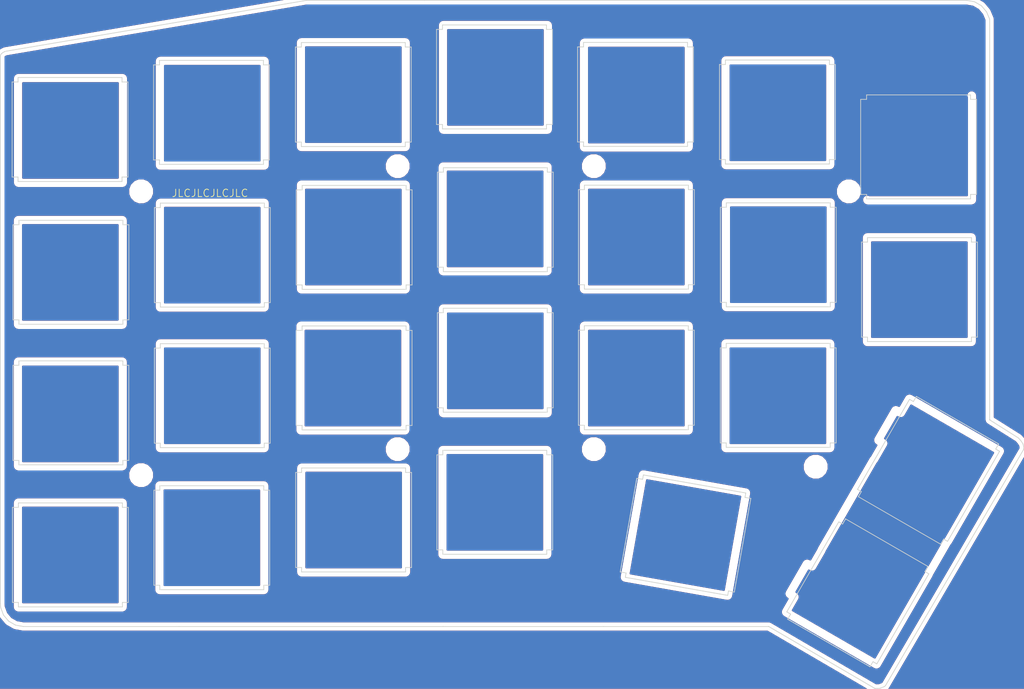
<source format=kicad_pcb>
(kicad_pcb (version 4) (host pcbnew 4.0.7)
  (layers (0 F.Cu signal hide) (31 B.Cu signal hide) (34 B.Paste user hide) (35 F.Paste user hide) (36 B.SilkS user hide) (37 F.SilkS user hide) (38 B.Mask user hide) (39 F.Mask user hide) (44 Edge.Cuts user))
  (net 0 "")
  (module Mounting_Holes:MountingHole_2.2mm_M2_DIN965 (layer F.Cu) (at 93.96 72.15)
    (fp_text reference SCREW1 hide)
    (fp_text value MountingHole_2.2mm_M2_DIN965 hide)
    (pad 1 np_thru_hole circle (at 0 0) (size 2.2 2.2) (drill 2.2) (layers *.Cu *.Mask))
  )
  (module Mounting_Holes:MountingHole_2.2mm_M2_DIN965 (layer F.Cu) (at 93.96 110.35)
    (fp_text reference SCREW2 hide)
    (fp_text value MountingHole_2.2mm_M2_DIN965 hide)
    (pad 1 np_thru_hole circle (at 0 0) (size 2.2 2.2) (drill 2.2) (layers *.Cu *.Mask))
  )
  (module Mounting_Holes:MountingHole_2.2mm_M2_DIN965 (layer F.Cu) (at 128.5 68.75)
    (fp_text reference SCREW3 hide)
    (fp_text value MountingHole_2.2mm_M2_DIN965 hide)
    (pad 1 np_thru_hole circle (at 0 0) (size 2.2 2.2) (drill 2.2) (layers *.Cu *.Mask))
  )
  (module Mounting_Holes:MountingHole_2.2mm_M2_DIN965 (layer F.Cu) (at 128.5 106.85)
    (fp_text reference SCREW4 hide)
    (fp_text value MountingHole_2.2mm_M2_DIN965 hide)
    (pad 1 np_thru_hole circle (at 0 0) (size 2.2 2.2) (drill 2.2) (layers *.Cu *.Mask))
  )
  (module Mounting_Holes:MountingHole_2.2mm_M2_DIN965 (layer F.Cu) (at 154.91 68.75)
    (fp_text reference SCREW5 hide)
    (fp_text value MountingHole_2.2mm_M2_DIN965 hide)
    (pad 1 np_thru_hole circle (at 0 0) (size 2.2 2.2) (drill 2.2) (layers *.Cu *.Mask))
  )
  (module Mounting_Holes:MountingHole_2.2mm_M2_DIN965 (layer F.Cu) (at 154.91 106.85)
    (fp_text reference SCREW6 hide)
    (fp_text value MountingHole_2.2mm_M2_DIN965 hide)
    (pad 1 np_thru_hole circle (at 0 0) (size 2.2 2.2) (drill 2.2) (layers *.Cu *.Mask))
  )
  (module Mounting_Holes:MountingHole_2.2mm_M2_DIN965 (layer F.Cu) (at 189.25 72.15)
    (fp_text reference SCREW7 hide)
    (fp_text value MountingHole_2.2mm_M2_DIN965 hide)
    (pad 1 np_thru_hole circle (at 0 0) (size 2.2 2.2) (drill 2.2) (layers *.Cu *.Mask))
  )
  (module Mounting_Holes:MountingHole_2.2mm_M2_DIN965 (layer F.Cu) (at 184.78 109.22)
    (fp_text reference SCREW8 hide)
    (fp_text value MountingHole_2.2mm_M2_DIN965 hide)
    (pad 1 np_thru_hole circle (at 0 0) (size 2.2 2.2) (drill 2.2) (layers *.Cu *.Mask))
  )
  (gr_line (start 187.8878 116.64062) (end 180.8878 128.76462) (layer Edge.Cuts) (width 0.1))
  (gr_line (start 188.4078 116.93972) (end 187.8878 116.64062) (layer Edge.Cuts) (width 0.1))
  (gr_line (start 190.5318 113.26032) (end 201.6168 119.66132) (layer Edge.Cuts) (width 0.1))
  (gr_line (start 198.3318 99.75002) (end 197.9328 100.44182) (layer Edge.Cuts) (width 0.1))
  (gr_line (start 190.9318 112.56712) (end 190.5318 113.26032) (layer Edge.Cuts) (width 0.1))
  (gr_line (start 209.4168 106.14962) (end 198.3318 99.75002) (layer Edge.Cuts) (width 0.1))
  (gr_line (start 202.5368 119.26722) (end 209.5368 107.14182) (layer Edge.Cuts) (width 0.1))
  (gr_line (start 209.5368 107.14182) (end 209.0178 106.84142) (layer Edge.Cuts) (width 0.1))
  (gr_line (start 190.4128 112.26812) (end 190.9318 112.56712) (layer Edge.Cuts) (width 0.1))
  (gr_line (start 201.6168 119.66132) (end 202.0178 118.96672) (layer Edge.Cuts) (width 0.1))
  (gr_line (start 202.0178 118.96672) (end 202.5368 119.26722) (layer Edge.Cuts) (width 0.1))
  (gr_line (start 209.0178 106.84142) (end 209.4168 106.14962) (layer Edge.Cuts) (width 0.1))
  (gr_line (start 199.8918 122.64892) (end 188.8068 116.24652) (layer Edge.Cuts) (width 0.1))
  (gr_line (start 200.0118 123.63972) (end 199.4928 123.34072) (layer Edge.Cuts) (width 0.1))
  (gr_line (start 181.0068 129.75682) (end 192.0918 136.15642) (layer Edge.Cuts) (width 0.1))
  (gr_line (start 180.8878 128.76462) (end 181.4068 129.06502) (layer Edge.Cuts) (width 0.1))
  (gr_line (start 197.4128 100.14262) (end 190.4128 112.26812) (layer Edge.Cuts) (width 0.1))
  (gr_line (start 197.9328 100.44182) (end 197.4128 100.14262) (layer Edge.Cuts) (width 0.1))
  (gr_line (start 188.8068 116.24652) (end 188.4078 116.93972) (layer Edge.Cuts) (width 0.1))
  (gr_line (start 199.4928 123.34072) (end 199.8918 122.64892) (layer Edge.Cuts) (width 0.1))
  (gr_line (start 193.0118 135.76505) (end 200.0118 123.63972) (layer Edge.Cuts) (width 0.1))
  (gr_line (start 192.4928 135.46603) (end 193.0118 135.76505) (layer Edge.Cuts) (width 0.1))
  (gr_line (start 192.0918 136.15642) (end 192.4928 135.46603) (layer Edge.Cuts) (width 0.1))
  (gr_line (start 181.4068 129.06502) (end 181.0068 129.75682) (layer Edge.Cuts) (width 0.1))
  (gr_line (start 161.57938 110.32478) (end 161.47458 110.91598) (layer Edge.Cuts) (width 0.1))
  (gr_line (start 160.68618 110.77678) (end 158.46368 123.38174) (layer Edge.Cuts) (width 0.1))
  (gr_line (start 173.03898 125.95176) (end 173.82718 126.09094) (layer Edge.Cuts) (width 0.1))
  (gr_line (start 159.25178 123.52091) (end 159.14838 124.11209) (layer Edge.Cuts) (width 0.1))
  (gr_line (start 161.47458 110.91598) (end 160.68618 110.77678) (layer Edge.Cuts) (width 0.1))
  (gr_line (start 175.26188 113.34688) (end 175.36668 112.75568) (layer Edge.Cuts) (width 0.1))
  (gr_line (start 173.82718 126.09094) (end 176.04998 113.48468) (layer Edge.Cuts) (width 0.1))
  (gr_line (start 176.04998 113.48468) (end 175.26188 113.34688) (layer Edge.Cuts) (width 0.1))
  (gr_line (start 158.46368 123.38174) (end 159.25178 123.52091) (layer Edge.Cuts) (width 0.1))
  (gr_line (start 172.93428 126.54294) (end 173.03898 125.95176) (layer Edge.Cuts) (width 0.1))
  (gr_line (start 159.14838 124.11209) (end 172.93428 126.54294) (layer Edge.Cuts) (width 0.1))
  (gr_line (start 175.36668 112.75568) (end 161.57938 110.32478) (layer Edge.Cuts) (width 0.1))
  (gr_line (start 167.51944 65.49273) (end 168.32024 65.49273) (layer Edge.Cuts) (width 0.1))
  (gr_line (start 167.51944 52.69216) (end 167.51944 52.09266) (layer Edge.Cuts) (width 0.1))
  (gr_line (start 168.32024 65.49273) (end 168.32024 52.69216) (layer Edge.Cuts) (width 0.1))
  (gr_line (start 168.32024 52.69216) (end 167.51944 52.69216) (layer Edge.Cuts) (width 0.1))
  (gr_line (start 152.72074 52.69216) (end 152.72074 65.49273) (layer Edge.Cuts) (width 0.1))
  (gr_line (start 153.52014 52.69216) (end 152.72074 52.69216) (layer Edge.Cuts) (width 0.1))
  (gr_line (start 167.51944 52.09266) (end 153.52014 52.09266) (layer Edge.Cuts) (width 0.1))
  (gr_line (start 153.52014 52.09266) (end 153.52014 52.69216) (layer Edge.Cuts) (width 0.1))
  (gr_line (start 167.51944 66.0908) (end 167.51944 65.49273) (layer Edge.Cuts) (width 0.1))
  (gr_line (start 167.63628 71.91488) (end 167.63628 71.31538) (layer Edge.Cuts) (width 0.1))
  (gr_line (start 153.63698 71.31538) (end 153.63698 71.91488) (layer Edge.Cuts) (width 0.1))
  (gr_line (start 153.63698 71.91488) (end 152.83758 71.91488) (layer Edge.Cuts) (width 0.1))
  (gr_line (start 167.63628 71.31538) (end 153.63698 71.31538) (layer Edge.Cuts) (width 0.1))
  (gr_line (start 153.52014 66.0908) (end 167.51944 66.0908) (layer Edge.Cuts) (width 0.1))
  (gr_line (start 152.72074 65.49273) (end 153.52014 65.49273) (layer Edge.Cuts) (width 0.1))
  (gr_line (start 153.52014 65.49273) (end 153.52014 66.0908) (layer Edge.Cuts) (width 0.1))
  (gr_line (start 152.83758 71.91488) (end 152.83758 84.71545) (layer Edge.Cuts) (width 0.1))
  (gr_line (start 168.43708 84.71545) (end 168.43708 71.91488) (layer Edge.Cuts) (width 0.1))
  (gr_line (start 167.63628 84.71545) (end 168.43708 84.71545) (layer Edge.Cuts) (width 0.1))
  (gr_line (start 168.43708 71.91488) (end 167.63628 71.91488) (layer Edge.Cuts) (width 0.1))
  (gr_line (start 153.63698 85.31352) (end 167.63628 85.31352) (layer Edge.Cuts) (width 0.1))
  (gr_line (start 167.63628 85.31352) (end 167.63628 84.71545) (layer Edge.Cuts) (width 0.1))
  (gr_line (start 152.83758 84.71545) (end 153.63698 84.71545) (layer Edge.Cuts) (width 0.1))
  (gr_line (start 153.63698 84.71545) (end 153.63698 85.31352) (layer Edge.Cuts) (width 0.1))
  (gr_line (start 153.62936 90.23838) (end 153.62936 90.83788) (layer Edge.Cuts) (width 0.1))
  (gr_line (start 153.62936 90.83788) (end 152.82996 90.83788) (layer Edge.Cuts) (width 0.1))
  (gr_line (start 153.62936 104.23652) (end 167.62866 104.23652) (layer Edge.Cuts) (width 0.1))
  (gr_line (start 167.62866 104.23652) (end 167.62866 103.63845) (layer Edge.Cuts) (width 0.1))
  (gr_line (start 168.42946 103.63845) (end 168.42946 90.83788) (layer Edge.Cuts) (width 0.1))
  (gr_line (start 167.62866 103.63845) (end 168.42946 103.63845) (layer Edge.Cuts) (width 0.1))
  (gr_line (start 167.62866 90.83788) (end 167.62866 90.23838) (layer Edge.Cuts) (width 0.1))
  (gr_line (start 167.62866 90.23838) (end 153.62936 90.23838) (layer Edge.Cuts) (width 0.1))
  (gr_line (start 168.42946 90.83788) (end 167.62866 90.83788) (layer Edge.Cuts) (width 0.1))
  (gr_line (start 152.82996 90.83788) (end 152.82996 103.63845) (layer Edge.Cuts) (width 0.1))
  (gr_line (start 153.62936 103.63845) (end 153.62936 104.23652) (layer Edge.Cuts) (width 0.1))
  (gr_line (start 152.82996 103.63845) (end 153.62936 103.63845) (layer Edge.Cuts) (width 0.1))
  (gr_line (start 205.63468 72.55393) (end 206.43548 72.55393) (layer Edge.Cuts) (width 0.1))
  (gr_line (start 206.43548 59.75336) (end 205.63468 59.75336) (layer Edge.Cuts) (width 0.1))
  (gr_line (start 205.63468 59.75336) (end 205.63468 59.15386) (layer Edge.Cuts) (width 0.1))
  (gr_line (start 206.43548 72.55393) (end 206.43548 59.75336) (layer Edge.Cuts) (width 0.1))
  (gr_line (start 191.75222 78.37658) (end 191.75222 78.97608) (layer Edge.Cuts) (width 0.1))
  (gr_line (start 205.63468 73.152) (end 205.63468 72.55393) (layer Edge.Cuts) (width 0.1))
  (gr_line (start 191.63538 72.55393) (end 191.63538 73.152) (layer Edge.Cuts) (width 0.1))
  (gr_line (start 205.75152 78.97608) (end 205.75152 78.37658) (layer Edge.Cuts) (width 0.1))
  (gr_line (start 191.63538 73.152) (end 205.63468 73.152) (layer Edge.Cuts) (width 0.1))
  (gr_line (start 205.75152 78.37658) (end 191.75222 78.37658) (layer Edge.Cuts) (width 0.1))
  (gr_line (start 205.63468 59.15386) (end 191.63538 59.15386) (layer Edge.Cuts) (width 0.1))
  (gr_line (start 191.63538 59.75336) (end 190.83598 59.75336) (layer Edge.Cuts) (width 0.1))
  (gr_line (start 191.63538 59.15386) (end 191.63538 59.75336) (layer Edge.Cuts) (width 0.1))
  (gr_line (start 190.83598 59.75336) (end 190.83598 72.55393) (layer Edge.Cuts) (width 0.1))
  (gr_line (start 190.83598 72.55393) (end 191.63538 72.55393) (layer Edge.Cuts) (width 0.1))
  (gr_line (start 205.75152 92.37472) (end 205.75152 91.77665) (layer Edge.Cuts) (width 0.1))
  (gr_line (start 206.55232 78.97608) (end 205.75152 78.97608) (layer Edge.Cuts) (width 0.1))
  (gr_line (start 191.75222 78.97608) (end 190.95282 78.97608) (layer Edge.Cuts) (width 0.1))
  (gr_line (start 205.75152 91.77665) (end 206.55232 91.77665) (layer Edge.Cuts) (width 0.1))
  (gr_line (start 191.75222 92.37472) (end 205.75152 92.37472) (layer Edge.Cuts) (width 0.1))
  (gr_line (start 190.95282 78.97608) (end 190.95282 91.77665) (layer Edge.Cuts) (width 0.1))
  (gr_line (start 206.55232 91.77665) (end 206.55232 78.97608) (layer Edge.Cuts) (width 0.1))
  (gr_line (start 191.75222 91.77665) (end 191.75222 92.37472) (layer Edge.Cuts) (width 0.1))
  (gr_line (start 190.95282 91.77665) (end 191.75222 91.77665) (layer Edge.Cuts) (width 0.1))
  (gr_line (start 186.73454 93.21024) (end 186.73454 92.61074) (layer Edge.Cuts) (width 0.1))
  (gr_line (start 172.73524 106.60888) (end 186.73454 106.60888) (layer Edge.Cuts) (width 0.1))
  (gr_line (start 172.73524 106.01081) (end 172.73524 106.60888) (layer Edge.Cuts) (width 0.1))
  (gr_line (start 172.73524 92.61074) (end 172.73524 93.21024) (layer Edge.Cuts) (width 0.1))
  (gr_line (start 186.73454 92.61074) (end 172.73524 92.61074) (layer Edge.Cuts) (width 0.1))
  (gr_line (start 187.53534 106.01081) (end 187.53534 93.21024) (layer Edge.Cuts) (width 0.1))
  (gr_line (start 186.73454 106.01081) (end 187.53534 106.01081) (layer Edge.Cuts) (width 0.1))
  (gr_line (start 187.53534 93.21024) (end 186.73454 93.21024) (layer Edge.Cuts) (width 0.1))
  (gr_line (start 186.73454 106.60888) (end 186.73454 106.01081) (layer Edge.Cuts) (width 0.1))
  (gr_line (start 172.74286 87.68588) (end 186.74216 87.68588) (layer Edge.Cuts) (width 0.1))
  (gr_line (start 186.74216 87.68588) (end 186.74216 87.08781) (layer Edge.Cuts) (width 0.1))
  (gr_line (start 171.94346 87.08781) (end 172.74286 87.08781) (layer Edge.Cuts) (width 0.1))
  (gr_line (start 172.74286 87.08781) (end 172.74286 87.68588) (layer Edge.Cuts) (width 0.1))
  (gr_line (start 172.73524 93.21024) (end 171.93584 93.21024) (layer Edge.Cuts) (width 0.1))
  (gr_line (start 186.74216 87.08781) (end 187.54296 87.08781) (layer Edge.Cuts) (width 0.1))
  (gr_line (start 187.54296 87.08781) (end 187.54296 74.28724) (layer Edge.Cuts) (width 0.1))
  (gr_line (start 171.94346 74.28724) (end 171.94346 87.08781) (layer Edge.Cuts) (width 0.1))
  (gr_line (start 187.54296 74.28724) (end 186.74216 74.28724) (layer Edge.Cuts) (width 0.1))
  (gr_line (start 186.62532 68.46316) (end 186.62532 67.86509) (layer Edge.Cuts) (width 0.1))
  (gr_line (start 172.74286 74.28724) (end 171.94346 74.28724) (layer Edge.Cuts) (width 0.1))
  (gr_line (start 172.74286 73.68774) (end 172.74286 74.28724) (layer Edge.Cuts) (width 0.1))
  (gr_line (start 186.74216 73.68774) (end 172.74286 73.68774) (layer Edge.Cuts) (width 0.1))
  (gr_line (start 186.74216 74.28724) (end 186.74216 73.68774) (layer Edge.Cuts) (width 0.1))
  (gr_line (start 171.82662 67.86509) (end 172.62602 67.86509) (layer Edge.Cuts) (width 0.1))
  (gr_line (start 172.62602 67.86509) (end 172.62602 68.46316) (layer Edge.Cuts) (width 0.1))
  (gr_line (start 172.62602 68.46316) (end 186.62532 68.46316) (layer Edge.Cuts) (width 0.1))
  (gr_line (start 171.93584 106.01081) (end 172.73524 106.01081) (layer Edge.Cuts) (width 0.1))
  (gr_line (start 171.93584 93.21024) (end 171.93584 106.01081) (layer Edge.Cuts) (width 0.1))
  (gr_line (start 186.62532 55.06452) (end 186.62532 54.46502) (layer Edge.Cuts) (width 0.1))
  (gr_line (start 186.62532 54.46502) (end 172.62602 54.46502) (layer Edge.Cuts) (width 0.1))
  (gr_line (start 172.62602 54.46502) (end 172.62602 55.06452) (layer Edge.Cuts) (width 0.1))
  (gr_line (start 172.62602 55.06452) (end 171.82662 55.06452) (layer Edge.Cuts) (width 0.1))
  (gr_line (start 186.62532 67.86509) (end 187.42612 67.86509) (layer Edge.Cuts) (width 0.1))
  (gr_line (start 171.82662 55.06452) (end 171.82662 67.86509) (layer Edge.Cuts) (width 0.1))
  (gr_line (start 187.42612 55.06452) (end 186.62532 55.06452) (layer Edge.Cuts) (width 0.1))
  (gr_line (start 187.42612 67.86509) (end 187.42612 55.06452) (layer Edge.Cuts) (width 0.1))
  (gr_line (start 129.64042 84.73831) (end 130.44122 84.73831) (layer Edge.Cuts) (width 0.1))
  (gr_line (start 129.64042 85.33638) (end 129.64042 84.73831) (layer Edge.Cuts) (width 0.1))
  (gr_line (start 130.44122 84.73831) (end 130.44122 71.93774) (layer Edge.Cuts) (width 0.1))
  (gr_line (start 115.64112 85.33638) (end 129.64042 85.33638) (layer Edge.Cuts) (width 0.1))
  (gr_line (start 129.64042 71.33824) (end 115.64112 71.33824) (layer Edge.Cuts) (width 0.1))
  (gr_line (start 115.64112 84.73831) (end 115.64112 85.33638) (layer Edge.Cuts) (width 0.1))
  (gr_line (start 115.64112 71.33824) (end 115.64112 71.93774) (layer Edge.Cuts) (width 0.1))
  (gr_line (start 114.84172 71.93774) (end 114.84172 84.73831) (layer Edge.Cuts) (width 0.1))
  (gr_line (start 114.84172 84.73831) (end 115.64112 84.73831) (layer Edge.Cuts) (width 0.1))
  (gr_line (start 115.64112 71.93774) (end 114.84172 71.93774) (layer Edge.Cuts) (width 0.1))
  (gr_line (start 96.54286 87.72906) (end 110.54216 87.72906) (layer Edge.Cuts) (width 0.1))
  (gr_line (start 110.54216 73.73092) (end 96.54286 73.73092) (layer Edge.Cuts) (width 0.1))
  (gr_line (start 110.54216 87.72906) (end 110.54216 87.13099) (layer Edge.Cuts) (width 0.1))
  (gr_line (start 96.54286 73.73092) (end 96.54286 74.33042) (layer Edge.Cuts) (width 0.1))
  (gr_line (start 95.74346 74.33042) (end 95.74346 87.13099) (layer Edge.Cuts) (width 0.1))
  (gr_line (start 96.54286 74.33042) (end 95.74346 74.33042) (layer Edge.Cuts) (width 0.1))
  (gr_line (start 96.54286 87.13099) (end 96.54286 87.72906) (layer Edge.Cuts) (width 0.1))
  (gr_line (start 95.74346 87.13099) (end 96.54286 87.13099) (layer Edge.Cuts) (width 0.1))
  (gr_line (start 111.34296 74.33042) (end 110.54216 74.33042) (layer Edge.Cuts) (width 0.1))
  (gr_line (start 111.34296 87.13099) (end 111.34296 74.33042) (layer Edge.Cuts) (width 0.1))
  (gr_line (start 110.54216 74.33042) (end 110.54216 73.73092) (layer Edge.Cuts) (width 0.1))
  (gr_line (start 110.54216 87.13099) (end 111.34296 87.13099) (layer Edge.Cuts) (width 0.1))
  (gr_line (start 91.50252 89.43985) (end 92.30312 89.43985) (layer Edge.Cuts) (width 0.1))
  (gr_line (start 91.50252 90.03792) (end 91.50252 89.43985) (layer Edge.Cuts) (width 0.1))
  (gr_line (start 92.30312 76.63928) (end 91.50252 76.63928) (layer Edge.Cuts) (width 0.1))
  (gr_line (start 92.30312 89.43985) (end 92.30312 76.63928) (layer Edge.Cuts) (width 0.1))
  (gr_line (start 91.50252 76.63928) (end 91.50252 76.03978) (layer Edge.Cuts) (width 0.1))
  (gr_line (start 91.50252 76.03978) (end 77.50297 76.03978) (layer Edge.Cuts) (width 0.1))
  (gr_line (start 77.50297 90.03792) (end 91.50252 90.03792) (layer Edge.Cuts) (width 0.1))
  (gr_line (start 77.50297 76.63928) (end 76.70371 76.63928) (layer Edge.Cuts) (width 0.1))
  (gr_line (start 77.50297 76.03978) (end 77.50297 76.63928) (layer Edge.Cuts) (width 0.1))
  (gr_line (start 76.70371 89.43985) (end 77.50297 89.43985) (layer Edge.Cuts) (width 0.1))
  (gr_line (start 77.50297 89.43985) (end 77.50297 90.03792) (layer Edge.Cuts) (width 0.1))
  (gr_line (start 76.70371 76.63928) (end 76.70371 89.43985) (layer Edge.Cuts) (width 0.1))
  (gr_line (start 129.64042 71.93774) (end 129.64042 71.33824) (layer Edge.Cuts) (width 0.1))
  (gr_line (start 134.6454 69.5603) (end 133.846 69.5603) (layer Edge.Cuts) (width 0.1))
  (gr_line (start 130.44122 71.93774) (end 129.64042 71.93774) (layer Edge.Cuts) (width 0.1))
  (gr_line (start 133.846 69.5603) (end 133.846 82.36087) (layer Edge.Cuts) (width 0.1))
  (gr_line (start 134.6454 82.36087) (end 134.6454 82.95894) (layer Edge.Cuts) (width 0.1))
  (gr_line (start 133.846 82.36087) (end 134.6454 82.36087) (layer Edge.Cuts) (width 0.1))
  (gr_line (start 149.4455 82.36087) (end 149.4455 69.5603) (layer Edge.Cuts) (width 0.1))
  (gr_line (start 149.4455 69.5603) (end 148.6447 69.5603) (layer Edge.Cuts) (width 0.1))
  (gr_line (start 148.6447 82.95894) (end 148.6447 82.36087) (layer Edge.Cuts) (width 0.1))
  (gr_line (start 148.6447 82.36087) (end 149.4455 82.36087) (layer Edge.Cuts) (width 0.1))
  (gr_line (start 134.6454 68.9608) (end 134.6454 69.5603) (layer Edge.Cuts) (width 0.1))
  (gr_line (start 148.6447 68.9608) (end 134.6454 68.9608) (layer Edge.Cuts) (width 0.1))
  (gr_line (start 134.6454 82.95894) (end 148.6447 82.95894) (layer Edge.Cuts) (width 0.1))
  (gr_line (start 148.6447 69.5603) (end 148.6447 68.9608) (layer Edge.Cuts) (width 0.1))
  (gr_line (start 95.73584 106.05399) (end 96.53524 106.05399) (layer Edge.Cuts) (width 0.1))
  (gr_line (start 96.53524 106.65206) (end 110.53454 106.65206) (layer Edge.Cuts) (width 0.1))
  (gr_line (start 96.53524 106.05399) (end 96.53524 106.65206) (layer Edge.Cuts) (width 0.1))
  (gr_line (start 110.53454 92.65392) (end 96.53524 92.65392) (layer Edge.Cuts) (width 0.1))
  (gr_line (start 96.53524 92.65392) (end 96.53524 93.25342) (layer Edge.Cuts) (width 0.1))
  (gr_line (start 96.53524 93.25342) (end 95.73584 93.25342) (layer Edge.Cuts) (width 0.1))
  (gr_line (start 95.73584 93.25342) (end 95.73584 106.05399) (layer Edge.Cuts) (width 0.1))
  (gr_line (start 115.6335 103.66131) (end 115.6335 104.25938) (layer Edge.Cuts) (width 0.1))
  (gr_line (start 114.8341 90.86074) (end 114.8341 103.66131) (layer Edge.Cuts) (width 0.1))
  (gr_line (start 115.6335 90.86074) (end 114.8341 90.86074) (layer Edge.Cuts) (width 0.1))
  (gr_line (start 114.8341 103.66131) (end 115.6335 103.66131) (layer Edge.Cuts) (width 0.1))
  (gr_line (start 130.4336 103.66131) (end 130.4336 90.86074) (layer Edge.Cuts) (width 0.1))
  (gr_line (start 129.6328 104.25938) (end 129.6328 103.66131) (layer Edge.Cuts) (width 0.1))
  (gr_line (start 129.6328 103.66131) (end 130.4336 103.66131) (layer Edge.Cuts) (width 0.1))
  (gr_line (start 130.4336 90.86074) (end 129.6328 90.86074) (layer Edge.Cuts) (width 0.1))
  (gr_line (start 129.6328 90.86074) (end 129.6328 90.26124) (layer Edge.Cuts) (width 0.1))
  (gr_line (start 115.6335 90.26124) (end 115.6335 90.86074) (layer Edge.Cuts) (width 0.1))
  (gr_line (start 129.6328 90.26124) (end 115.6335 90.26124) (layer Edge.Cuts) (width 0.1))
  (gr_line (start 115.6335 104.25938) (end 129.6328 104.25938) (layer Edge.Cuts) (width 0.1))
  (gr_line (start 110.53454 93.25342) (end 110.53454 92.65392) (layer Edge.Cuts) (width 0.1))
  (gr_line (start 110.53454 106.65206) (end 110.53454 106.05399) (layer Edge.Cuts) (width 0.1))
  (gr_line (start 111.33534 93.25342) (end 110.53454 93.25342) (layer Edge.Cuts) (width 0.1))
  (gr_line (start 110.53454 106.05399) (end 111.33534 106.05399) (layer Edge.Cuts) (width 0.1))
  (gr_line (start 111.33534 106.05399) (end 111.33534 93.25342) (layer Edge.Cuts) (width 0.1))
  (gr_line (start 91.4949 108.96092) (end 91.4949 108.36285) (layer Edge.Cuts) (width 0.1))
  (gr_line (start 91.4949 108.36285) (end 92.2955 108.36285) (layer Edge.Cuts) (width 0.1))
  (gr_line (start 77.49535 108.96092) (end 91.4949 108.96092) (layer Edge.Cuts) (width 0.1))
  (gr_line (start 91.4949 94.96278) (end 77.49535 94.96278) (layer Edge.Cuts) (width 0.1))
  (gr_line (start 92.2955 95.56228) (end 91.4949 95.56228) (layer Edge.Cuts) (width 0.1))
  (gr_line (start 91.4949 95.56228) (end 91.4949 94.96278) (layer Edge.Cuts) (width 0.1))
  (gr_line (start 92.2955 108.36285) (end 92.2955 95.56228) (layer Edge.Cuts) (width 0.1))
  (gr_line (start 77.49535 94.96278) (end 77.49535 95.56228) (layer Edge.Cuts) (width 0.1))
  (gr_line (start 77.49535 95.56228) (end 76.69609 95.56228) (layer Edge.Cuts) (width 0.1))
  (gr_line (start 76.69609 95.56228) (end 76.69609 108.36285) (layer Edge.Cuts) (width 0.1))
  (gr_line (start 77.49535 108.36285) (end 77.49535 108.96092) (layer Edge.Cuts) (width 0.1))
  (gr_line (start 76.69609 108.36285) (end 77.49535 108.36285) (layer Edge.Cuts) (width 0.1))
  (gr_line (start 148.63708 101.28387) (end 149.43788 101.28387) (layer Edge.Cuts) (width 0.1))
  (gr_line (start 148.63708 101.88194) (end 148.63708 101.28387) (layer Edge.Cuts) (width 0.1))
  (gr_line (start 149.43788 101.28387) (end 149.43788 88.4833) (layer Edge.Cuts) (width 0.1))
  (gr_line (start 149.43788 88.4833) (end 148.63708 88.4833) (layer Edge.Cuts) (width 0.1))
  (gr_line (start 134.63778 87.8838) (end 134.63778 88.4833) (layer Edge.Cuts) (width 0.1))
  (gr_line (start 148.63708 88.4833) (end 148.63708 87.8838) (layer Edge.Cuts) (width 0.1))
  (gr_line (start 148.63708 87.8838) (end 134.63778 87.8838) (layer Edge.Cuts) (width 0.1))
  (gr_line (start 133.83838 101.28387) (end 134.63778 101.28387) (layer Edge.Cuts) (width 0.1))
  (gr_line (start 133.83838 88.4833) (end 133.83838 101.28387) (layer Edge.Cuts) (width 0.1))
  (gr_line (start 134.63778 101.88194) (end 148.63708 101.88194) (layer Edge.Cuts) (width 0.1))
  (gr_line (start 134.63778 88.4833) (end 133.83838 88.4833) (layer Edge.Cuts) (width 0.1))
  (gr_line (start 134.63778 101.28387) (end 134.63778 101.88194) (layer Edge.Cuts) (width 0.1))
  (gr_line (start 115.52428 52.71502) (end 114.72488 52.71502) (layer Edge.Cuts) (width 0.1))
  (gr_line (start 115.52428 52.11552) (end 115.52428 52.71502) (layer Edge.Cuts) (width 0.1))
  (gr_line (start 114.72488 65.51559) (end 115.52428 65.51559) (layer Edge.Cuts) (width 0.1))
  (gr_line (start 114.72488 52.71502) (end 114.72488 65.51559) (layer Edge.Cuts) (width 0.1))
  (gr_line (start 129.52358 52.11552) (end 115.52428 52.11552) (layer Edge.Cuts) (width 0.1))
  (gr_line (start 115.52428 65.51559) (end 115.52428 66.11366) (layer Edge.Cuts) (width 0.1))
  (gr_line (start 134.52856 49.73808) (end 134.52856 50.33758) (layer Edge.Cuts) (width 0.1))
  (gr_line (start 134.52856 63.73622) (end 148.52786 63.73622) (layer Edge.Cuts) (width 0.1))
  (gr_line (start 134.52856 63.13815) (end 134.52856 63.73622) (layer Edge.Cuts) (width 0.1))
  (gr_line (start 148.52786 49.73808) (end 134.52856 49.73808) (layer Edge.Cuts) (width 0.1))
  (gr_line (start 129.52358 66.11366) (end 129.52358 65.51559) (layer Edge.Cuts) (width 0.1))
  (gr_line (start 115.52428 66.11366) (end 129.52358 66.11366) (layer Edge.Cuts) (width 0.1))
  (gr_line (start 130.32438 65.51559) (end 130.32438 52.71502) (layer Edge.Cuts) (width 0.1))
  (gr_line (start 129.52358 65.51559) (end 130.32438 65.51559) (layer Edge.Cuts) (width 0.1))
  (gr_line (start 130.32438 52.71502) (end 129.52358 52.71502) (layer Edge.Cuts) (width 0.1))
  (gr_line (start 133.72916 63.13815) (end 134.52856 63.13815) (layer Edge.Cuts) (width 0.1))
  (gr_line (start 133.72916 50.33758) (end 133.72916 63.13815) (layer Edge.Cuts) (width 0.1))
  (gr_line (start 134.52856 50.33758) (end 133.72916 50.33758) (layer Edge.Cuts) (width 0.1))
  (gr_line (start 129.52358 52.71502) (end 129.52358 52.11552) (layer Edge.Cuts) (width 0.1))
  (gr_line (start 149.32866 50.33758) (end 148.52786 50.33758) (layer Edge.Cuts) (width 0.1))
  (gr_line (start 149.32866 63.13815) (end 149.32866 50.33758) (layer Edge.Cuts) (width 0.1))
  (gr_line (start 148.52786 63.73622) (end 148.52786 63.13815) (layer Edge.Cuts) (width 0.1))
  (gr_line (start 148.52786 50.33758) (end 148.52786 49.73808) (layer Edge.Cuts) (width 0.1))
  (gr_line (start 148.52786 63.13815) (end 149.32866 63.13815) (layer Edge.Cuts) (width 0.1))
  (gr_line (start 95.62662 55.1077) (end 95.62662 67.90827) (layer Edge.Cuts) (width 0.1))
  (gr_line (start 95.62662 67.90827) (end 96.42602 67.90827) (layer Edge.Cuts) (width 0.1))
  (gr_line (start 96.42602 54.5082) (end 96.42602 55.1077) (layer Edge.Cuts) (width 0.1))
  (gr_line (start 96.42602 67.90827) (end 96.42602 68.50634) (layer Edge.Cuts) (width 0.1))
  (gr_line (start 96.42602 55.1077) (end 95.62662 55.1077) (layer Edge.Cuts) (width 0.1))
  (gr_line (start 77.38613 57.41656) (end 76.58687 57.41656) (layer Edge.Cuts) (width 0.1))
  (gr_line (start 77.38613 70.21713) (end 77.38613 70.8152) (layer Edge.Cuts) (width 0.1))
  (gr_line (start 76.58687 57.41656) (end 76.58687 70.21713) (layer Edge.Cuts) (width 0.1))
  (gr_line (start 76.58687 70.21713) (end 77.38613 70.21713) (layer Edge.Cuts) (width 0.1))
  (gr_line (start 77.38613 56.81706) (end 77.38613 57.41656) (layer Edge.Cuts) (width 0.1))
  (gr_line (start 91.38568 70.21713) (end 92.18628 70.21713) (layer Edge.Cuts) (width 0.1))
  (gr_line (start 91.38568 56.81706) (end 77.38613 56.81706) (layer Edge.Cuts) (width 0.1))
  (gr_line (start 91.38568 57.41656) (end 91.38568 56.81706) (layer Edge.Cuts) (width 0.1))
  (gr_line (start 77.38613 70.8152) (end 91.38568 70.8152) (layer Edge.Cuts) (width 0.1))
  (gr_line (start 92.18628 70.21713) (end 92.18628 57.41656) (layer Edge.Cuts) (width 0.1))
  (gr_line (start 92.18628 57.41656) (end 91.38568 57.41656) (layer Edge.Cuts) (width 0.1))
  (gr_line (start 91.38568 70.8152) (end 91.38568 70.21713) (layer Edge.Cuts) (width 0.1))
  (gr_line (start 111.22612 55.1077) (end 110.42532 55.1077) (layer Edge.Cuts) (width 0.1))
  (gr_line (start 110.42532 55.1077) (end 110.42532 54.5082) (layer Edge.Cuts) (width 0.1))
  (gr_line (start 110.42532 67.90827) (end 111.22612 67.90827) (layer Edge.Cuts) (width 0.1))
  (gr_line (start 110.42532 54.5082) (end 96.42602 54.5082) (layer Edge.Cuts) (width 0.1))
  (gr_line (start 110.42532 68.50634) (end 110.42532 67.90827) (layer Edge.Cuts) (width 0.1))
  (gr_line (start 111.22612 67.90827) (end 111.22612 55.1077) (layer Edge.Cuts) (width 0.1))
  (gr_line (start 96.42602 68.50634) (end 110.42532 68.50634) (layer Edge.Cuts) (width 0.1))
  (gr_line (start 149.37184 107.6095) (end 148.57104 107.6095) (layer Edge.Cuts) (width 0.1))
  (gr_line (start 149.37184 120.41007) (end 149.37184 107.6095) (layer Edge.Cuts) (width 0.1))
  (gr_line (start 148.57104 107.6095) (end 148.57104 107.01) (layer Edge.Cuts) (width 0.1))
  (gr_line (start 148.57104 120.41007) (end 149.37184 120.41007) (layer Edge.Cuts) (width 0.1))
  (gr_line (start 148.57104 107.01) (end 134.57174 107.01) (layer Edge.Cuts) (width 0.1))
  (gr_line (start 134.57174 121.00814) (end 148.57104 121.00814) (layer Edge.Cuts) (width 0.1))
  (gr_line (start 148.57104 121.00814) (end 148.57104 120.41007) (layer Edge.Cuts) (width 0.1))
  (gr_line (start 134.57174 120.41007) (end 134.57174 121.00814) (layer Edge.Cuts) (width 0.1))
  (gr_line (start 133.77234 120.41007) (end 134.57174 120.41007) (layer Edge.Cuts) (width 0.1))
  (gr_line (start 134.57174 107.6095) (end 133.77234 107.6095) (layer Edge.Cuts) (width 0.1))
  (gr_line (start 133.77234 107.6095) (end 133.77234 120.41007) (layer Edge.Cuts) (width 0.1))
  (gr_line (start 134.57174 107.01) (end 134.57174 107.6095) (layer Edge.Cuts) (width 0.1))
  (gr_line (start 96.4692 125.77826) (end 110.4685 125.77826) (layer Edge.Cuts) (width 0.1))
  (gr_line (start 110.4685 112.37962) (end 110.4685 111.78012) (layer Edge.Cuts) (width 0.1))
  (gr_line (start 110.4685 125.77826) (end 110.4685 125.18019) (layer Edge.Cuts) (width 0.1))
  (gr_line (start 110.4685 111.78012) (end 96.4692 111.78012) (layer Edge.Cuts) (width 0.1))
  (gr_line (start 96.4692 125.18019) (end 96.4692 125.77826) (layer Edge.Cuts) (width 0.1))
  (gr_line (start 111.2693 112.37962) (end 110.4685 112.37962) (layer Edge.Cuts) (width 0.1))
  (gr_line (start 110.4685 125.18019) (end 111.2693 125.18019) (layer Edge.Cuts) (width 0.1))
  (gr_line (start 111.2693 125.18019) (end 111.2693 112.37962) (layer Edge.Cuts) (width 0.1))
  (gr_line (start 96.4692 111.78012) (end 96.4692 112.37962) (layer Edge.Cuts) (width 0.1))
  (gr_line (start 96.4692 112.37962) (end 95.6698 112.37962) (layer Edge.Cuts) (width 0.1))
  (gr_line (start 95.6698 125.18019) (end 96.4692 125.18019) (layer Edge.Cuts) (width 0.1))
  (gr_line (start 95.6698 112.37962) (end 95.6698 125.18019) (layer Edge.Cuts) (width 0.1))
  (gr_line (start 130.36756 109.98694) (end 129.56676 109.98694) (layer Edge.Cuts) (width 0.1))
  (gr_line (start 114.76806 122.78751) (end 115.56746 122.78751) (layer Edge.Cuts) (width 0.1))
  (gr_line (start 114.76806 109.98694) (end 114.76806 122.78751) (layer Edge.Cuts) (width 0.1))
  (gr_line (start 77.42931 114.68848) (end 76.63005 114.68848) (layer Edge.Cuts) (width 0.1))
  (gr_line (start 115.56746 122.78751) (end 115.56746 123.38558) (layer Edge.Cuts) (width 0.1))
  (gr_line (start 77.42931 114.08898) (end 77.42931 114.68848) (layer Edge.Cuts) (width 0.1))
  (gr_line (start 130.36756 122.78751) (end 130.36756 109.98694) (layer Edge.Cuts) (width 0.1))
  (gr_line (start 91.42886 114.68848) (end 91.42886 114.08898) (layer Edge.Cuts) (width 0.1))
  (gr_line (start 76.63005 127.48905) (end 77.42931 127.48905) (layer Edge.Cuts) (width 0.1))
  (gr_line (start 77.42931 128.08712) (end 91.42886 128.08712) (layer Edge.Cuts) (width 0.1))
  (gr_line (start 91.42886 127.48905) (end 92.22946 127.48905) (layer Edge.Cuts) (width 0.1))
  (gr_line (start 76.63005 114.68848) (end 76.63005 127.48905) (layer Edge.Cuts) (width 0.1))
  (gr_line (start 129.56676 122.78751) (end 130.36756 122.78751) (layer Edge.Cuts) (width 0.1))
  (gr_line (start 92.22946 114.68848) (end 91.42886 114.68848) (layer Edge.Cuts) (width 0.1))
  (gr_line (start 77.42931 127.48905) (end 77.42931 128.08712) (layer Edge.Cuts) (width 0.1))
  (gr_line (start 92.22946 127.48905) (end 92.22946 114.68848) (layer Edge.Cuts) (width 0.1))
  (gr_line (start 91.42886 114.08898) (end 77.42931 114.08898) (layer Edge.Cuts) (width 0.1))
  (gr_line (start 129.56676 123.38558) (end 129.56676 122.78751) (layer Edge.Cuts) (width 0.1))
  (gr_line (start 129.56676 109.98694) (end 129.56676 109.38744) (layer Edge.Cuts) (width 0.1))
  (gr_line (start 129.56676 109.38744) (end 115.56746 109.38744) (layer Edge.Cuts) (width 0.1))
  (gr_line (start 91.42886 128.08712) (end 91.42886 127.48905) (layer Edge.Cuts) (width 0.1))
  (gr_line (start 115.56746 109.98694) (end 114.76806 109.98694) (layer Edge.Cuts) (width 0.1))
  (gr_line (start 115.56746 109.38744) (end 115.56746 109.98694) (layer Edge.Cuts) (width 0.1))
  (gr_line (start 115.56746 123.38558) (end 129.56676 123.38558) (layer Edge.Cuts) (width 0.1))
  (gr_text JLCJLCJLCJLC (at 103.23 72.39) (layer F.SilkS) (effects (font (size 1 1) (thickness 0.1))))
  (gr_line (start 212.8 106.59) (end 212.76 106.92) (layer Edge.Cuts) (width 0.1))
  (gr_line (start 212.69 106.15) (end 212.8 106.59) (layer Edge.Cuts) (width 0.1))
  (gr_line (start 212.43 105.75) (end 212.69 106.15) (layer Edge.Cuts) (width 0.1))
  (gr_line (start 212.09 105.3592) (end 212.43 105.75) (layer Edge.Cuts) (width 0.1))
  (gr_line (start 208.21 48.98) (end 207.79 47.98) (layer Edge.Cuts) (width 0.1))
  (gr_line (start 75.29 53.49) (end 75.63 53.3) (layer Edge.Cuts) (width 0.1))
  (gr_line (start 208.221 102.916) (end 208.215 102.906) (layer Edge.Cuts) (width 0.1))
  (gr_line (start 205.098 46.43) (end 132.08 46.43) (layer Edge.Cuts) (width 0.1))
  (gr_line (start 208.222 102.917) (end 208.221 102.916) (layer Edge.Cuts) (width 0.1))
  (gr_line (start 208.205 102.87) (end 208.205 95.25) (layer Edge.Cuts) (width 0.1))
  (gr_line (start 193.427 139.053) (end 194.051 138.806) (layer Edge.Cuts) (width 0.1))
  (gr_line (start 178.448 130.736) (end 178.454 130.738) (layer Edge.Cuts) (width 0.1))
  (gr_line (start 132.08 46.43) (end 116.211 46.43) (layer Edge.Cuts) (width 0.1))
  (gr_line (start 134.62 130.735) (end 156.21 130.735) (layer Edge.Cuts) (width 0.1))
  (gr_line (start 208.21 102.896) (end 208.209 102.894) (layer Edge.Cuts) (width 0.1))
  (gr_line (start 178.461 130.74) (end 178.466 130.743) (layer Edge.Cuts) (width 0.1))
  (gr_line (start 194.051 138.806) (end 194.175 138.696) (layer Edge.Cuts) (width 0.1))
  (gr_line (start 178.435 130.735) (end 178.442 130.736) (layer Edge.Cuts) (width 0.1))
  (gr_line (start 76.1131 130.009) (end 77.0451 130.547) (layer Edge.Cuts) (width 0.1))
  (gr_line (start 194.175 138.696) (end 212.759 106.924) (layer Edge.Cuts) (width 0.1))
  (gr_line (start 208.205 95.25) (end 208.205 48.9809) (layer Edge.Cuts) (width 0.1))
  (gr_line (start 208.209 102.893) (end 208.207 102.882) (layer Edge.Cuts) (width 0.1))
  (gr_line (start 192.757 139.071) (end 193.427 139.053) (layer Edge.Cuts) (width 0.1))
  (gr_line (start 178.442 130.736) (end 178.448 130.736) (layer Edge.Cuts) (width 0.1))
  (gr_line (start 178.454 130.738) (end 178.461 130.74) (layer Edge.Cuts) (width 0.1))
  (gr_line (start 208.215 102.906) (end 208.21 102.896) (layer Edge.Cuts) (width 0.1))
  (gr_line (start 99.06 130.735) (end 134.62 130.735) (layer Edge.Cuts) (width 0.1))
  (gr_line (start 178.466 130.743) (end 178.473 130.745) (layer Edge.Cuts) (width 0.1))
  (gr_line (start 116.211 46.43) (end 75.627 53.2981) (layer Edge.Cuts) (width 0.1))
  (gr_line (start 208.24 102.934) (end 208.232 102.926) (layer Edge.Cuts) (width 0.1))
  (gr_line (start 212.09 105.3592) (end 208.24 102.934) (layer Edge.Cuts) (width 0.1))
  (gr_line (start 206.165 46.618) (end 205.098 46.43) (layer Edge.Cuts) (width 0.1))
  (gr_line (start 208.207 102.882) (end 208.205 102.87) (layer Edge.Cuts) (width 0.1))
  (gr_line (start 78.1116 130.735) (end 99.06 130.735) (layer Edge.Cuts) (width 0.1))
  (gr_line (start 207.097 47.1561) (end 206.165 46.618) (layer Edge.Cuts) (width 0.1))
  (gr_line (start 192.731 139.062) (end 192.757 139.071) (layer Edge.Cuts) (width 0.1))
  (gr_line (start 156.21 130.735) (end 178.435 130.735) (layer Edge.Cuts) (width 0.1))
  (gr_line (start 207.789 47.9809) (end 207.097 47.1561) (layer Edge.Cuts) (width 0.1))
  (gr_line (start 208.223 102.918) (end 208.222 102.917) (layer Edge.Cuts) (width 0.1))
  (gr_line (start 77.0451 130.547) (end 78.1116 130.735) (layer Edge.Cuts) (width 0.1))
  (gr_line (start 208.209 102.894) (end 208.209 102.893) (layer Edge.Cuts) (width 0.1))
  (gr_line (start 208.232 102.926) (end 208.223 102.918) (layer Edge.Cuts) (width 0.1))
  (gr_line (start 178.473 130.745) (end 192.731 139.062) (layer Edge.Cuts) (width 0.1))
  (gr_line (start 75.4213 129.184) (end 76.1131 130.009) (layer Edge.Cuts) (width 0.1))
  (gr_line (start 75.005 127.632) (end 75.0521 128.17) (layer Edge.Cuts) (width 0.1))
  (gr_line (start 75.2856 53.491) (end 75.1369 53.6158) (layer Edge.Cuts) (width 0.1))
  (gr_line (start 75.0399 53.7839) (end 75.005 53.9816) (layer Edge.Cuts) (width 0.1))
  (gr_line (start 75.0521 128.17) (end 75.4213 129.184) (layer Edge.Cuts) (width 0.1))
  (gr_line (start 75.005 53.9816) (end 75.005 127.632) (layer Edge.Cuts) (width 0.1))
  (gr_line (start 75.1369 53.6158) (end 75.0399 53.7839) (layer Edge.Cuts) (width 0.1))
  (zone (net 0) (net_name "") (layer F.Cu) (connect_pads (clearance 0.508)) (min_thickness 0.254) (fill yes (arc_segments 16) (thermal_gap 0.508) (thermal_bridge_width 0.508))
    (polygon (pts (xy 223.52 38.1) (xy 63.5 38.1) (xy 63.5 142.24) (xy 220.98 139.7)))
  )
  (zone (net 0) (net_name "") (layer B.Cu) (connect_pads (clearance 0.508)) (min_thickness 0.254) (fill yes (arc_segments 16) (thermal_gap 0.508) (thermal_bridge_width 0.508))
    (polygon (pts (xy 71.12 43.18) (xy 71.12 139.7) (xy 213.36 142.24) (xy 218.44 40.64)))
  )
)
</source>
